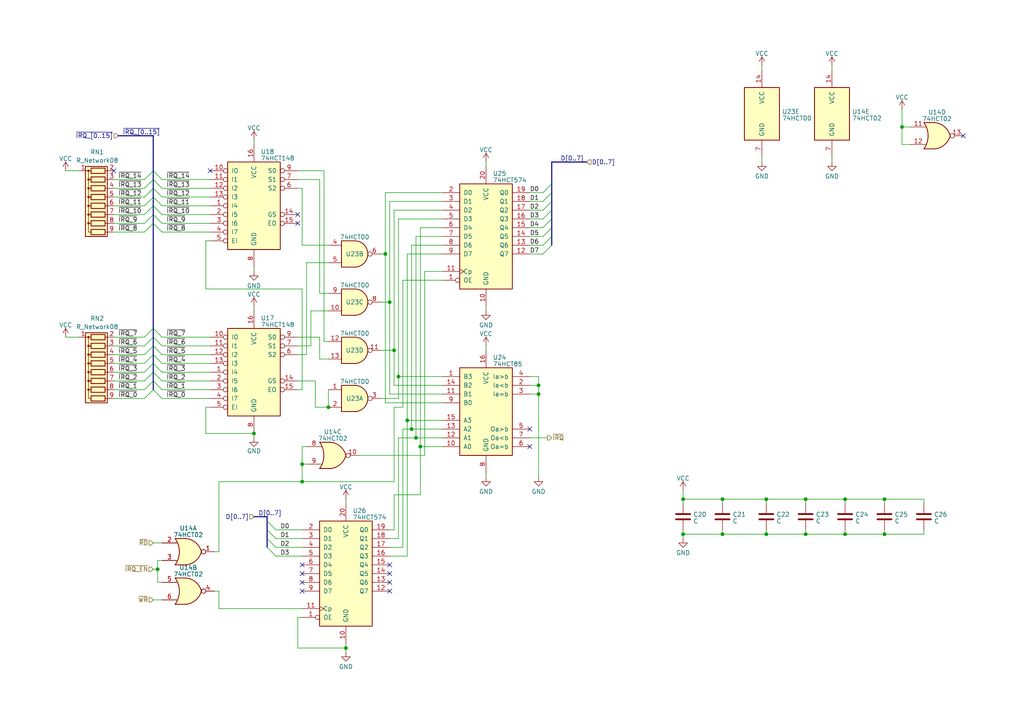
<source format=kicad_sch>
(kicad_sch (version 20231120) (generator "eeschema") (generator_version "8.0")
  (paper "A4")
  (title_block (title "IRQ Handler") (date "2024-02-03") (rev "1") (company "Eric Lind"))
  (lib_symbols
    (symbol "74xx:74HCT02" (pin_names (offset 1.016))
      (property "Reference" "U" (at 0 1.27 0))
      (property "Value" "74HCT02" (at 0 -1.27 0))
      (symbol "74HCT02_1_1"
        (arc (start -3.81 -3.81) (mid -2.589 0) (end -3.81 3.81) (stroke (width 0.254)))
        (arc (start -0.6096 -3.81) (mid 2.1842 -2.5851) (end 3.81 0) (stroke (width 0.254)) (fill (type background)))
        (polyline (pts (xy -3.81 -3.81) (xy -0.635 -3.81)) (stroke (width 0.254)) (fill (type background)))
        (polyline (pts (xy -3.81 3.81) (xy -0.635 3.81)) (stroke (width 0.254)) (fill (type background)))
        (polyline (pts (xy -0.635 3.81) (xy -3.81 3.81) (xy -3.81 3.81) (xy -3.556 3.4036) (xy -3.0226 2.2606) (xy -2.6924 1.0414) (xy -2.6162 -0.254) (xy -2.7686 -1.4986) (xy -3.175 -2.7178) (xy -3.81 -3.81) (xy -3.81 -3.81) (xy -0.635 -3.81)) (stroke (width -25.4)) (fill (type background)))
        (arc (start 3.81 0) (mid 2.1915 2.5936) (end -0.6096 3.81) (stroke (width 0.254)) (fill (type background)))
        (pin output inverted (at 7.62 0 180) (length 3.81) (name "~") (number "1"))
        (pin input line (at -7.62 2.54 0) (length 4.318) (name "~") (number "2"))
        (pin input line (at -7.62 -2.54 0) (length 4.318) (name "~") (number "3"))
      )
      (symbol "74HCT02_1_2"
        (arc (start 0 -3.81) (mid 3.7934 0) (end 0 3.81) (stroke (width 0.254)) (fill (type background)))
        (polyline (pts (xy 0 3.81) (xy -3.81 3.81) (xy -3.81 -3.81) (xy 0 -3.81)) (stroke (width 0.254)) (fill (type background)))
        (pin output line (at 7.62 0 180) (length 3.81) (name "~") (number "1"))
        (pin input inverted (at -7.62 2.54 0) (length 3.81) (name "~") (number "2"))
        (pin input inverted (at -7.62 -2.54 0) (length 3.81) (name "~") (number "3"))
      )
      (symbol "74HCT02_2_1"
        (arc (start -3.81 -3.81) (mid -2.589 0) (end -3.81 3.81) (stroke (width 0.254)))
        (arc (start -0.6096 -3.81) (mid 2.1842 -2.5851) (end 3.81 0) (stroke (width 0.254)) (fill (type background)))
        (polyline (pts (xy -3.81 -3.81) (xy -0.635 -3.81)) (stroke (width 0.254)) (fill (type background)))
        (polyline (pts (xy -3.81 3.81) (xy -0.635 3.81)) (stroke (width 0.254)) (fill (type background)))
        (polyline (pts (xy -0.635 3.81) (xy -3.81 3.81) (xy -3.81 3.81) (xy -3.556 3.4036) (xy -3.0226 2.2606) (xy -2.6924 1.0414) (xy -2.6162 -0.254) (xy -2.7686 -1.4986) (xy -3.175 -2.7178) (xy -3.81 -3.81) (xy -3.81 -3.81) (xy -0.635 -3.81)) (stroke (width -25.4)) (fill (type background)))
        (arc (start 3.81 0) (mid 2.1915 2.5936) (end -0.6096 3.81) (stroke (width 0.254)) (fill (type background)))
        (pin output inverted (at 7.62 0 180) (length 3.81) (name "~") (number "4"))
        (pin input line (at -7.62 2.54 0) (length 4.318) (name "~") (number "5"))
        (pin input line (at -7.62 -2.54 0) (length 4.318) (name "~") (number "6"))
      )
      (symbol "74HCT02_2_2"
        (arc (start 0 -3.81) (mid 3.7934 0) (end 0 3.81) (stroke (width 0.254)) (fill (type background)))
        (polyline (pts (xy 0 3.81) (xy -3.81 3.81) (xy -3.81 -3.81) (xy 0 -3.81)) (stroke (width 0.254)) (fill (type background)))
        (pin output line (at 7.62 0 180) (length 3.81) (name "~") (number "4"))
        (pin input inverted (at -7.62 2.54 0) (length 3.81) (name "~") (number "5"))
        (pin input inverted (at -7.62 -2.54 0) (length 3.81) (name "~") (number "6"))
      )
      (symbol "74HCT02_3_1"
        (arc (start -3.81 -3.81) (mid -2.589 0) (end -3.81 3.81) (stroke (width 0.254)))
        (arc (start -0.6096 -3.81) (mid 2.1842 -2.5851) (end 3.81 0) (stroke (width 0.254)) (fill (type background)))
        (polyline (pts (xy -3.81 -3.81) (xy -0.635 -3.81)) (stroke (width 0.254)) (fill (type background)))
        (polyline (pts (xy -3.81 3.81) (xy -0.635 3.81)) (stroke (width 0.254)) (fill (type background)))
        (polyline (pts (xy -0.635 3.81) (xy -3.81 3.81) (xy -3.81 3.81) (xy -3.556 3.4036) (xy -3.0226 2.2606) (xy -2.6924 1.0414) (xy -2.6162 -0.254) (xy -2.7686 -1.4986) (xy -3.175 -2.7178) (xy -3.81 -3.81) (xy -3.81 -3.81) (xy -0.635 -3.81)) (stroke (width -25.4)) (fill (type background)))
        (arc (start 3.81 0) (mid 2.1915 2.5936) (end -0.6096 3.81) (stroke (width 0.254)) (fill (type background)))
        (pin output inverted (at 7.62 0 180) (length 3.81) (name "~") (number "10"))
        (pin input line (at -7.62 2.54 0) (length 4.318) (name "~") (number "8"))
        (pin input line (at -7.62 -2.54 0) (length 4.318) (name "~") (number "9"))
      )
      (symbol "74HCT02_3_2"
        (arc (start 0 -3.81) (mid 3.7934 0) (end 0 3.81) (stroke (width 0.254)) (fill (type background)))
        (polyline (pts (xy 0 3.81) (xy -3.81 3.81) (xy -3.81 -3.81) (xy 0 -3.81)) (stroke (width 0.254)) (fill (type background)))
        (pin output line (at 7.62 0 180) (length 3.81) (name "~") (number "10"))
        (pin input inverted (at -7.62 2.54 0) (length 3.81) (name "~") (number "8"))
        (pin input inverted (at -7.62 -2.54 0) (length 3.81) (name "~") (number "9"))
      )
      (symbol "74HCT02_4_1"
        (arc (start -3.81 -3.81) (mid -2.589 0) (end -3.81 3.81) (stroke (width 0.254)))
        (arc (start -0.6096 -3.81) (mid 2.1842 -2.5851) (end 3.81 0) (stroke (width 0.254)) (fill (type background)))
        (polyline (pts (xy -3.81 -3.81) (xy -0.635 -3.81)) (stroke (width 0.254)) (fill (type background)))
        (polyline (pts (xy -3.81 3.81) (xy -0.635 3.81)) (stroke (width 0.254)) (fill (type background)))
        (polyline (pts (xy -0.635 3.81) (xy -3.81 3.81) (xy -3.81 3.81) (xy -3.556 3.4036) (xy -3.0226 2.2606) (xy -2.6924 1.0414) (xy -2.6162 -0.254) (xy -2.7686 -1.4986) (xy -3.175 -2.7178) (xy -3.81 -3.81) (xy -3.81 -3.81) (xy -0.635 -3.81)) (stroke (width -25.4)) (fill (type background)))
        (arc (start 3.81 0) (mid 2.1915 2.5936) (end -0.6096 3.81) (stroke (width 0.254)) (fill (type background)))
        (pin input line (at -7.62 2.54 0) (length 4.318) (name "~") (number "11"))
        (pin input line (at -7.62 -2.54 0) (length 4.318) (name "~") (number "12"))
        (pin output inverted (at 7.62 0 180) (length 3.81) (name "~") (number "13"))
      )
      (symbol "74HCT02_4_2"
        (arc (start 0 -3.81) (mid 3.7934 0) (end 0 3.81) (stroke (width 0.254)) (fill (type background)))
        (polyline (pts (xy 0 3.81) (xy -3.81 3.81) (xy -3.81 -3.81) (xy 0 -3.81)) (stroke (width 0.254)) (fill (type background)))
        (pin input inverted (at -7.62 2.54 0) (length 3.81) (name "~") (number "11"))
        (pin input inverted (at -7.62 -2.54 0) (length 3.81) (name "~") (number "12"))
        (pin output line (at 7.62 0 180) (length 3.81) (name "~") (number "13"))
      )
      (symbol "74HCT02_5_0"
        (pin power_in line (at 0 12.7 270) (length 5.08) (name "VCC") (number "14"))
        (pin power_in line (at 0 -12.7 90) (length 5.08) (name "GND") (number "7"))
      )
      (symbol "74HCT02_5_1"
        (rectangle (start -5.08 7.62) (end 5.08 -7.62) (stroke (width 0.254)) (fill (type background)))
      )
    )
    (symbol "74xx:74LS00" (pin_names (offset 1.016))
      (property "Reference" "U" (at 0 1.27 0))
      (property "Value" "74LS00" (at 0 -1.27 0))
      (symbol "74LS00_1_1"
        (arc (start 0 -3.81) (mid 3.7934 0) (end 0 3.81) (stroke (width 0.254)) (fill (type background)))
        (polyline (pts (xy 0 3.81) (xy -3.81 3.81) (xy -3.81 -3.81) (xy 0 -3.81)) (stroke (width 0.254)) (fill (type background)))
        (pin input line (at -7.62 2.54 0) (length 3.81) (name "~") (number "1"))
        (pin input line (at -7.62 -2.54 0) (length 3.81) (name "~") (number "2"))
        (pin output inverted (at 7.62 0 180) (length 3.81) (name "~") (number "3"))
      )
      (symbol "74LS00_1_2"
        (arc (start -3.81 -3.81) (mid -2.589 0) (end -3.81 3.81) (stroke (width 0.254)))
        (arc (start -0.6096 -3.81) (mid 2.1842 -2.5851) (end 3.81 0) (stroke (width 0.254)) (fill (type background)))
        (polyline (pts (xy -3.81 -3.81) (xy -0.635 -3.81)) (stroke (width 0.254)) (fill (type background)))
        (polyline (pts (xy -3.81 3.81) (xy -0.635 3.81)) (stroke (width 0.254)) (fill (type background)))
        (polyline (pts (xy -0.635 3.81) (xy -3.81 3.81) (xy -3.81 3.81) (xy -3.556 3.4036) (xy -3.0226 2.2606) (xy -2.6924 1.0414) (xy -2.6162 -0.254) (xy -2.7686 -1.4986) (xy -3.175 -2.7178) (xy -3.81 -3.81) (xy -3.81 -3.81) (xy -0.635 -3.81)) (stroke (width -25.4)) (fill (type background)))
        (arc (start 3.81 0) (mid 2.1915 2.5936) (end -0.6096 3.81) (stroke (width 0.254)) (fill (type background)))
        (pin input inverted (at -7.62 2.54 0) (length 4.318) (name "~") (number "1"))
        (pin input inverted (at -7.62 -2.54 0) (length 4.318) (name "~") (number "2"))
        (pin output line (at 7.62 0 180) (length 3.81) (name "~") (number "3"))
      )
      (symbol "74LS00_2_1"
        (arc (start 0 -3.81) (mid 3.7934 0) (end 0 3.81) (stroke (width 0.254)) (fill (type background)))
        (polyline (pts (xy 0 3.81) (xy -3.81 3.81) (xy -3.81 -3.81) (xy 0 -3.81)) (stroke (width 0.254)) (fill (type background)))
        (pin input line (at -7.62 2.54 0) (length 3.81) (name "~") (number "4"))
        (pin input line (at -7.62 -2.54 0) (length 3.81) (name "~") (number "5"))
        (pin output inverted (at 7.62 0 180) (length 3.81) (name "~") (number "6"))
      )
      (symbol "74LS00_2_2"
        (arc (start -3.81 -3.81) (mid -2.589 0) (end -3.81 3.81) (stroke (width 0.254)))
        (arc (start -0.6096 -3.81) (mid 2.1842 -2.5851) (end 3.81 0) (stroke (width 0.254)) (fill (type background)))
        (polyline (pts (xy -3.81 -3.81) (xy -0.635 -3.81)) (stroke (width 0.254)) (fill (type background)))
        (polyline (pts (xy -3.81 3.81) (xy -0.635 3.81)) (stroke (width 0.254)) (fill (type background)))
        (polyline (pts (xy -0.635 3.81) (xy -3.81 3.81) (xy -3.81 3.81) (xy -3.556 3.4036) (xy -3.0226 2.2606) (xy -2.6924 1.0414) (xy -2.6162 -0.254) (xy -2.7686 -1.4986) (xy -3.175 -2.7178) (xy -3.81 -3.81) (xy -3.81 -3.81) (xy -0.635 -3.81)) (stroke (width -25.4)) (fill (type background)))
        (arc (start 3.81 0) (mid 2.1915 2.5936) (end -0.6096 3.81) (stroke (width 0.254)) (fill (type background)))
        (pin input inverted (at -7.62 2.54 0) (length 4.318) (name "~") (number "4"))
        (pin input inverted (at -7.62 -2.54 0) (length 4.318) (name "~") (number "5"))
        (pin output line (at 7.62 0 180) (length 3.81) (name "~") (number "6"))
      )
      (symbol "74LS00_3_1"
        (arc (start 0 -3.81) (mid 3.7934 0) (end 0 3.81) (stroke (width 0.254)) (fill (type background)))
        (polyline (pts (xy 0 3.81) (xy -3.81 3.81) (xy -3.81 -3.81) (xy 0 -3.81)) (stroke (width 0.254)) (fill (type background)))
        (pin input line (at -7.62 -2.54 0) (length 3.81) (name "~") (number "10"))
        (pin output inverted (at 7.62 0 180) (length 3.81) (name "~") (number "8"))
        (pin input line (at -7.62 2.54 0) (length 3.81) (name "~") (number "9"))
      )
      (symbol "74LS00_3_2"
        (arc (start -3.81 -3.81) (mid -2.589 0) (end -3.81 3.81) (stroke (width 0.254)))
        (arc (start -0.6096 -3.81) (mid 2.1842 -2.5851) (end 3.81 0) (stroke (width 0.254)) (fill (type background)))
        (polyline (pts (xy -3.81 -3.81) (xy -0.635 -3.81)) (stroke (width 0.254)) (fill (type background)))
        (polyline (pts (xy -3.81 3.81) (xy -0.635 3.81)) (stroke (width 0.254)) (fill (type background)))
        (polyline (pts (xy -0.635 3.81) (xy -3.81 3.81) (xy -3.81 3.81) (xy -3.556 3.4036) (xy -3.0226 2.2606) (xy -2.6924 1.0414) (xy -2.6162 -0.254) (xy -2.7686 -1.4986) (xy -3.175 -2.7178) (xy -3.81 -3.81) (xy -3.81 -3.81) (xy -0.635 -3.81)) (stroke (width -25.4)) (fill (type background)))
        (arc (start 3.81 0) (mid 2.1915 2.5936) (end -0.6096 3.81) (stroke (width 0.254)) (fill (type background)))
        (pin input inverted (at -7.62 -2.54 0) (length 4.318) (name "~") (number "10"))
        (pin output line (at 7.62 0 180) (length 3.81) (name "~") (number "8"))
        (pin input inverted (at -7.62 2.54 0) (length 4.318) (name "~") (number "9"))
      )
      (symbol "74LS00_4_1"
        (arc (start 0 -3.81) (mid 3.7934 0) (end 0 3.81) (stroke (width 0.254)) (fill (type background)))
        (polyline (pts (xy 0 3.81) (xy -3.81 3.81) (xy -3.81 -3.81) (xy 0 -3.81)) (stroke (width 0.254)) (fill (type background)))
        (pin output inverted (at 7.62 0 180) (length 3.81) (name "~") (number "11"))
        (pin input line (at -7.62 2.54 0) (length 3.81) (name "~") (number "12"))
        (pin input line (at -7.62 -2.54 0) (length 3.81) (name "~") (number "13"))
      )
      (symbol "74LS00_4_2"
        (arc (start -3.81 -3.81) (mid -2.589 0) (end -3.81 3.81) (stroke (width 0.254)))
        (arc (start -0.6096 -3.81) (mid 2.1842 -2.5851) (end 3.81 0) (stroke (width 0.254)) (fill (type background)))
        (polyline (pts (xy -3.81 -3.81) (xy -0.635 -3.81)) (stroke (width 0.254)) (fill (type background)))
        (polyline (pts (xy -3.81 3.81) (xy -0.635 3.81)) (stroke (width 0.254)) (fill (type background)))
        (polyline (pts (xy -0.635 3.81) (xy -3.81 3.81) (xy -3.81 3.81) (xy -3.556 3.4036) (xy -3.0226 2.2606) (xy -2.6924 1.0414) (xy -2.6162 -0.254) (xy -2.7686 -1.4986) (xy -3.175 -2.7178) (xy -3.81 -3.81) (xy -3.81 -3.81) (xy -0.635 -3.81)) (stroke (width -25.4)) (fill (type background)))
        (arc (start 3.81 0) (mid 2.1915 2.5936) (end -0.6096 3.81) (stroke (width 0.254)) (fill (type background)))
        (pin output line (at 7.62 0 180) (length 3.81) (name "~") (number "11"))
        (pin input inverted (at -7.62 2.54 0) (length 4.318) (name "~") (number "12"))
        (pin input inverted (at -7.62 -2.54 0) (length 4.318) (name "~") (number "13"))
      )
      (symbol "74LS00_5_0"
        (pin power_in line (at 0 12.7 270) (length 5.08) (name "VCC") (number "14"))
        (pin power_in line (at 0 -12.7 90) (length 5.08) (name "GND") (number "7"))
      )
      (symbol "74LS00_5_1"
        (rectangle (start -5.08 7.62) (end 5.08 -7.62) (stroke (width 0.254)) (fill (type background)))
      )
    )
    (symbol "74xx:74LS148" (pin_names (offset 1.016))
      (property "Reference" "U" (at -7.62 13.97 0))
      (property "Value" "74LS148" (at -7.62 -13.97 0))
      (symbol "74LS148_1_0"
        (pin input inverted (at -12.7 0 0) (length 5.08) (name "I4") (number "1"))
        (pin input inverted (at -12.7 10.16 0) (length 5.08) (name "IO") (number "10"))
        (pin input inverted (at -12.7 7.62 0) (length 5.08) (name "I1") (number "11"))
        (pin input inverted (at -12.7 5.08 0) (length 5.08) (name "I2") (number "12"))
        (pin input inverted (at -12.7 2.54 0) (length 5.08) (name "I3") (number "13"))
        (pin output inverted (at 12.7 -2.54 180) (length 5.08) (name "GS") (number "14"))
        (pin output inverted (at 12.7 -5.08 180) (length 5.08) (name "EO") (number "15"))
        (pin power_in line (at 0 17.78 270) (length 5.08) (name "VCC") (number "16"))
        (pin input inverted (at -12.7 -2.54 0) (length 5.08) (name "I5") (number "2"))
        (pin input inverted (at -12.7 -5.08 0) (length 5.08) (name "I6") (number "3"))
        (pin input inverted (at -12.7 -7.62 0) (length 5.08) (name "I7") (number "4"))
        (pin input inverted (at -12.7 -10.16 0) (length 5.08) (name "EI") (number "5"))
        (pin output inverted (at 12.7 5.08 180) (length 5.08) (name "S2") (number "6"))
        (pin output inverted (at 12.7 7.62 180) (length 5.08) (name "S1") (number "7"))
        (pin power_in line (at 0 -17.78 90) (length 5.08) (name "GND") (number "8"))
        (pin output inverted (at 12.7 10.16 180) (length 5.08) (name "S0") (number "9"))
      )
      (symbol "74LS148_1_1"
        (rectangle (start -7.62 12.7) (end 7.62 -12.7) (stroke (width 0.254)) (fill (type background)))
      )
    )
    (symbol "74xx:74LS574" (pin_names (offset 1.016))
      (property "Reference" "U" (at -7.62 16.51 0))
      (property "Value" "74LS574" (at -7.62 -16.51 0))
      (symbol "74LS574_1_0"
        (pin input inverted (at -12.7 -12.7 0) (length 5.08) (name "OE") (number "1"))
        (pin power_in line (at 0 -20.32 90) (length 5.08) (name "GND") (number "10"))
        (pin input clock (at -12.7 -10.16 0) (length 5.08) (name "Cp") (number "11"))
        (pin tri_state line (at 12.7 -5.08 180) (length 5.08) (name "Q7") (number "12"))
        (pin tri_state line (at 12.7 -2.54 180) (length 5.08) (name "Q6") (number "13"))
        (pin tri_state line (at 12.7 0 180) (length 5.08) (name "Q5") (number "14"))
        (pin tri_state line (at 12.7 2.54 180) (length 5.08) (name "Q4") (number "15"))
        (pin tri_state line (at 12.7 5.08 180) (length 5.08) (name "Q3") (number "16"))
        (pin tri_state line (at 12.7 7.62 180) (length 5.08) (name "Q2") (number "17"))
        (pin tri_state line (at 12.7 10.16 180) (length 5.08) (name "Q1") (number "18"))
        (pin tri_state line (at 12.7 12.7 180) (length 5.08) (name "Q0") (number "19"))
        (pin input line (at -12.7 12.7 0) (length 5.08) (name "D0") (number "2"))
        (pin power_in line (at 0 20.32 270) (length 5.08) (name "VCC") (number "20"))
        (pin input line (at -12.7 10.16 0) (length 5.08) (name "D1") (number "3"))
        (pin input line (at -12.7 7.62 0) (length 5.08) (name "D2") (number "4"))
        (pin input line (at -12.7 5.08 0) (length 5.08) (name "D3") (number "5"))
        (pin input line (at -12.7 2.54 0) (length 5.08) (name "D4") (number "6"))
        (pin input line (at -12.7 0 0) (length 5.08) (name "D5") (number "7"))
        (pin input line (at -12.7 -2.54 0) (length 5.08) (name "D6") (number "8"))
        (pin input line (at -12.7 -5.08 0) (length 5.08) (name "D7") (number "9"))
      )
      (symbol "74LS574_1_1"
        (rectangle (start -7.62 15.24) (end 7.62 -15.24) (stroke (width 0.254)) (fill (type background)))
      )
    )
    (symbol "74xx:74LS85" (pin_names (offset 1.016))
      (property "Reference" "U" (at -7.62 13.97 0))
      (property "Value" "74LS85" (at -7.62 -13.97 0))
      (symbol "74LS85_1_0"
        (pin input line (at -12.7 10.16 0) (length 5.08) (name "B3") (number "1"))
        (pin input line (at -12.7 -10.16 0) (length 5.08) (name "A0") (number "10"))
        (pin input line (at -12.7 5.08 0) (length 5.08) (name "B1") (number "11"))
        (pin input line (at -12.7 -7.62 0) (length 5.08) (name "A1") (number "12"))
        (pin input line (at -12.7 -5.08 0) (length 5.08) (name "A2") (number "13"))
        (pin input line (at -12.7 7.62 0) (length 5.08) (name "B2") (number "14"))
        (pin input line (at -12.7 -2.54 0) (length 5.08) (name "A3") (number "15"))
        (pin power_in line (at 0 17.78 270) (length 5.08) (name "VCC") (number "16"))
        (pin input line (at 12.7 7.62 180) (length 5.08) (name "Ia<b") (number "2"))
        (pin input line (at 12.7 5.08 180) (length 5.08) (name "Ia=b") (number "3"))
        (pin input line (at 12.7 10.16 180) (length 5.08) (name "Ia>b") (number "4"))
        (pin output line (at 12.7 -5.08 180) (length 5.08) (name "Oa>b") (number "5"))
        (pin output line (at 12.7 -10.16 180) (length 5.08) (name "Oa=b") (number "6"))
        (pin output line (at 12.7 -7.62 180) (length 5.08) (name "Oa<b") (number "7"))
        (pin power_in line (at 0 -17.78 90) (length 5.08) (name "GND") (number "8"))
        (pin input line (at -12.7 2.54 0) (length 5.08) (name "B0") (number "9"))
      )
      (symbol "74LS85_1_1"
        (rectangle (start -7.62 12.7) (end 7.62 -12.7) (stroke (width 0.254)) (fill (type background)))
      )
    )
    (symbol "Device:C" (pin_numbers hide) (pin_names (offset 0.254))
      (property "Reference" "C" (at 0.635 2.54 0))
      (property "Value" "C" (at 0.635 -2.54 0))
      (symbol "C_0_1"
        (polyline (pts (xy -2.032 -0.762) (xy 2.032 -0.762)) (stroke (width 0.508)))
        (polyline (pts (xy -2.032 0.762) (xy 2.032 0.762)) (stroke (width 0.508)))
      )
      (symbol "C_1_1"
        (pin passive line (at 0 3.81 270) (length 2.794) (name "~") (number "1"))
        (pin passive line (at 0 -3.81 90) (length 2.794) (name "~") (number "2"))
      )
    )
    (symbol "Device:R_Network08" (pin_names (offset 0) hide)
      (property "Reference" "RN" (at -12.7 0 90))
      (property "Value" "R_Network08" (at 10.16 0 90))
      (symbol "R_Network08_0_1"
        (rectangle (start -11.43 -3.175) (end 8.89 3.175) (stroke (width 0.254)) (fill (type background)))
        (rectangle (start -10.922 1.524) (end -9.398 -2.54) (stroke (width 0.254)))
        (circle (center -10.16 2.286) (radius 0.254) (fill (type outline)))
        (rectangle (start -8.382 1.524) (end -6.858 -2.54) (stroke (width 0.254)))
        (circle (center -7.62 2.286) (radius 0.254) (fill (type outline)))
        (rectangle (start -5.842 1.524) (end -4.318 -2.54) (stroke (width 0.254)))
        (circle (center -5.08 2.286) (radius 0.254) (fill (type outline)))
        (rectangle (start -3.302 1.524) (end -1.778 -2.54) (stroke (width 0.254)))
        (circle (center -2.54 2.286) (radius 0.254) (fill (type outline)))
        (rectangle (start -0.762 1.524) (end 0.762 -2.54) (stroke (width 0.254)))
        (polyline (pts (xy -10.16 -2.54) (xy -10.16 -3.81)))
        (polyline (pts (xy -7.62 -2.54) (xy -7.62 -3.81)))
        (polyline (pts (xy -5.08 -2.54) (xy -5.08 -3.81)))
        (polyline (pts (xy -2.54 -2.54) (xy -2.54 -3.81)))
        (polyline (pts (xy 0 -2.54) (xy 0 -3.81)))
        (polyline (pts (xy 2.54 -2.54) (xy 2.54 -3.81)))
        (polyline (pts (xy 5.08 -2.54) (xy 5.08 -3.81)))
        (polyline (pts (xy 7.62 -2.54) (xy 7.62 -3.81)))
        (polyline (pts (xy -10.16 1.524) (xy -10.16 2.286) (xy -7.62 2.286) (xy -7.62 1.524)))
        (polyline (pts (xy -7.62 1.524) (xy -7.62 2.286) (xy -5.08 2.286) (xy -5.08 1.524)))
        (polyline (pts (xy -5.08 1.524) (xy -5.08 2.286) (xy -2.54 2.286) (xy -2.54 1.524)))
        (polyline (pts (xy -2.54 1.524) (xy -2.54 2.286) (xy 0 2.286) (xy 0 1.524)))
        (polyline (pts (xy 0 1.524) (xy 0 2.286) (xy 2.54 2.286) (xy 2.54 1.524)))
        (polyline (pts (xy 2.54 1.524) (xy 2.54 2.286) (xy 5.08 2.286) (xy 5.08 1.524)))
        (polyline (pts (xy 5.08 1.524) (xy 5.08 2.286) (xy 7.62 2.286) (xy 7.62 1.524)))
        (circle (center 0 2.286) (radius 0.254) (fill (type outline)))
        (rectangle (start 1.778 1.524) (end 3.302 -2.54) (stroke (width 0.254)))
        (circle (center 2.54 2.286) (radius 0.254) (fill (type outline)))
        (rectangle (start 4.318 1.524) (end 5.842 -2.54) (stroke (width 0.254)))
        (circle (center 5.08 2.286) (radius 0.254) (fill (type outline)))
        (rectangle (start 6.858 1.524) (end 8.382 -2.54) (stroke (width 0.254)))
      )
      (symbol "R_Network08_1_1"
        (pin passive line (at -10.16 5.08 270) (length 2.54) (name "common") (number "1"))
        (pin passive line (at -10.16 -5.08 90) (length 1.27) (name "R1") (number "2"))
        (pin passive line (at -7.62 -5.08 90) (length 1.27) (name "R2") (number "3"))
        (pin passive line (at -5.08 -5.08 90) (length 1.27) (name "R3") (number "4"))
        (pin passive line (at -2.54 -5.08 90) (length 1.27) (name "R4") (number "5"))
        (pin passive line (at 0 -5.08 90) (length 1.27) (name "R5") (number "6"))
        (pin passive line (at 2.54 -5.08 90) (length 1.27) (name "R6") (number "7"))
        (pin passive line (at 5.08 -5.08 90) (length 1.27) (name "R7") (number "8"))
        (pin passive line (at 7.62 -5.08 90) (length 1.27) (name "R8") (number "9"))
      )
    )
    (symbol "power:GND" (power) (pin_names (offset 0))
      (property "Value" "GND" (at 0 -3.81 0))
      (symbol "GND_0_1"
        (polyline (pts (xy 0 0) (xy 0 -1.27) (xy 1.27 -1.27) (xy 0 -2.54) (xy -1.27 -1.27) (xy 0 -1.27)))
      )
      (symbol "GND_1_1"
        (pin power_in line (at 0 0 270) (length 0) hide (name "GND") (number "1"))
      )
    )
    (symbol "power:VCC" (power) (pin_names (offset 0))
      (property "Value" "VCC" (at 0 3.81 0))
      (symbol "VCC_0_1"
        (polyline (pts (xy -0.762 1.27) (xy 0 2.54)))
        (polyline (pts (xy 0 0) (xy 0 2.54)))
        (polyline (pts (xy 0 2.54) (xy 0.762 1.27)))
      )
      (symbol "VCC_1_1"
        (pin power_in line (at 0 0 90) (length 0) hide (name "VCC") (number "1"))
      )
    )
  )
  (junction (at 209.55 154.94))
  (junction (at 119.38 124.46))
  (junction (at 233.68 154.94))
  (junction (at 95.25 118.11))
  (junction (at 115.57 109.22))
  (junction (at 209.55 144.78))
  (junction (at 245.11 154.94))
  (junction (at 100.33 187.96))
  (junction (at 73.66 125.73))
  (junction (at 261.62 36.83))
  (junction (at 45.72 165.1))
  (junction (at 198.12 154.94))
  (junction (at 87.63 139.7))
  (junction (at 198.12 144.78))
  (junction (at 111.76 73.66))
  (junction (at 156.21 114.3))
  (junction (at 222.25 144.78))
  (junction (at 233.68 144.78))
  (junction (at 114.3 101.6))
  (junction (at 256.54 154.94))
  (junction (at 156.21 111.76))
  (junction (at 256.54 144.78))
  (junction (at 87.63 134.62))
  (junction (at 120.65 127))
  (junction (at 113.03 87.63))
  (junction (at 222.25 154.94))
  (junction (at 121.92 129.54))
  (junction (at 245.11 144.78))
  (junction (at 118.11 121.92))
  (no_connect (at 87.63 163.83))
  (no_connect (at 153.67 124.46))
  (no_connect (at 113.03 166.37))
  (no_connect (at 87.63 168.91))
  (no_connect (at 86.36 64.77))
  (no_connect (at 113.03 163.83))
  (no_connect (at 279.4 39.37))
  (no_connect (at 153.67 129.54))
  (no_connect (at 33.02 49.53))
  (no_connect (at 113.03 171.45))
  (no_connect (at 60.96 49.53))
  (no_connect (at 87.63 166.37))
  (no_connect (at 86.36 62.23))
  (no_connect (at 113.03 168.91))
  (no_connect (at 87.63 171.45))
  (bus_entry (at 160.02 53.34) (size -2.54 2.54))
  (bus_entry (at 41.91 54.61) (size 2.54 -2.54))
  (bus_entry (at 44.45 100.33) (size 2.54 2.54))
  (bus_entry (at 44.45 59.69) (size 2.54 2.54))
  (bus_entry (at 41.91 67.31) (size 2.54 -2.54))
  (bus_entry (at 41.91 102.87) (size 2.54 -2.54))
  (bus_entry (at 44.45 49.53) (size 2.54 2.54))
  (bus_entry (at 41.91 110.49) (size 2.54 -2.54))
  (bus_entry (at 44.45 107.95) (size 2.54 2.54))
  (bus_entry (at 44.45 64.77) (size 2.54 2.54))
  (bus_entry (at 44.45 52.07) (size 2.54 2.54))
  (bus_entry (at 44.45 54.61) (size 2.54 2.54))
  (bus_entry (at 41.91 62.23) (size 2.54 -2.54))
  (bus_entry (at 41.91 107.95) (size 2.54 -2.54))
  (bus_entry (at 44.45 110.49) (size 2.54 2.54))
  (bus_entry (at 77.47 156.21) (size 2.54 2.54))
  (bus_entry (at 41.91 52.07) (size 2.54 -2.54))
  (bus_entry (at 77.47 158.75) (size 2.54 2.54))
  (bus_entry (at 77.47 151.13) (size 2.54 2.54))
  (bus_entry (at 160.02 63.5) (size -2.54 2.54))
  (bus_entry (at 41.91 105.41) (size 2.54 -2.54))
  (bus_entry (at 44.45 97.79) (size 2.54 2.54))
  (bus_entry (at 41.91 97.79) (size 2.54 -2.54))
  (bus_entry (at 41.91 64.77) (size 2.54 -2.54))
  (bus_entry (at 44.45 113.03) (size 2.54 2.54))
  (bus_entry (at 44.45 57.15) (size 2.54 2.54))
  (bus_entry (at 44.45 102.87) (size 2.54 2.54))
  (bus_entry (at 41.91 57.15) (size 2.54 -2.54))
  (bus_entry (at 41.91 115.57) (size 2.54 -2.54))
  (bus_entry (at 44.45 105.41) (size 2.54 2.54))
  (bus_entry (at 41.91 100.33) (size 2.54 -2.54))
  (bus_entry (at 77.47 153.67) (size 2.54 2.54))
  (bus_entry (at 160.02 71.12) (size -2.54 2.54))
  (bus_entry (at 44.45 62.23) (size 2.54 2.54))
  (bus_entry (at 160.02 55.88) (size -2.54 2.54))
  (bus_entry (at 41.91 59.69) (size 2.54 -2.54))
  (bus_entry (at 160.02 60.96) (size -2.54 2.54))
  (bus_entry (at 160.02 68.58) (size -2.54 2.54))
  (bus_entry (at 160.02 58.42) (size -2.54 2.54))
  (bus_entry (at 160.02 66.04) (size -2.54 2.54))
  (bus_entry (at 41.91 113.03) (size 2.54 -2.54))
  (bus_entry (at 44.45 95.25) (size 2.54 2.54))
  (wire (pts (xy 115.57 156.21) (xy 115.57 127)))
  (wire (pts (xy 33.02 59.69) (xy 41.91 59.69)))
  (wire (pts (xy 153.67 60.96) (xy 157.48 60.96)))
  (wire (pts (xy 46.99 54.61) (xy 60.96 54.61)))
  (wire (pts (xy 95.25 104.14) (xy 92.71 104.14)))
  (wire (pts (xy 80.01 153.67) (xy 87.63 153.67)))
  (wire (pts (xy 104.14 132.08) (xy 123.19 132.08)))
  (bus (pts (xy 160.02 71.12) (xy 160.02 68.58)))
  (wire (pts (xy 33.02 115.57) (xy 41.91 115.57)))
  (wire (pts (xy 114.3 118.11) (xy 116.84 118.11)))
  (wire (pts (xy 113.03 156.21) (xy 115.57 156.21)))
  (wire (pts (xy 73.66 40.64) (xy 73.66 41.91)))
  (wire (pts (xy 93.98 49.53) (xy 86.36 49.53)))
  (wire (pts (xy 33.02 64.77) (xy 41.91 64.77)))
  (wire (pts (xy 87.63 54.61) (xy 86.36 54.61)))
  (wire (pts (xy 121.92 129.54) (xy 121.92 66.04)))
  (bus (pts (xy 34.29 39.37) (xy 44.45 39.37)))
  (wire (pts (xy 86.36 179.07) (xy 87.63 179.07)))
  (wire (pts (xy 100.33 144.78) (xy 100.33 146.05)))
  (bus (pts (xy 160.02 63.5) (xy 160.02 60.96)))
  (wire (pts (xy 261.62 36.83) (xy 264.16 36.83)))
  (wire (pts (xy 153.67 109.22) (xy 156.21 109.22)))
  (wire (pts (xy 90.17 100.33) (xy 86.36 100.33)))
  (wire (pts (xy 114.3 101.6) (xy 114.3 60.96)))
  (wire (pts (xy 80.01 158.75) (xy 87.63 158.75)))
  (wire (pts (xy 261.62 36.83) (xy 261.62 41.91)))
  (wire (pts (xy 113.03 58.42) (xy 113.03 87.63)))
  (wire (pts (xy 241.3 45.72) (xy 241.3 46.99)))
  (wire (pts (xy 110.49 115.57) (xy 115.57 115.57)))
  (wire (pts (xy 44.45 165.1) (xy 45.72 165.1)))
  (wire (pts (xy 88.9 102.87) (xy 88.9 76.2)))
  (wire (pts (xy 46.99 57.15) (xy 60.96 57.15)))
  (wire (pts (xy 33.02 62.23) (xy 41.91 62.23)))
  (bus (pts (xy 44.45 107.95) (xy 44.45 110.49)))
  (wire (pts (xy 153.67 127) (xy 158.75 127)))
  (wire (pts (xy 245.11 144.78) (xy 256.54 144.78)))
  (wire (pts (xy 95.25 90.17) (xy 90.17 90.17)))
  (wire (pts (xy 140.97 46.99) (xy 140.97 48.26)))
  (wire (pts (xy 267.97 146.05) (xy 267.97 144.78)))
  (wire (pts (xy 128.27 116.84) (xy 111.76 116.84)))
  (wire (pts (xy 156.21 109.22) (xy 156.21 111.76)))
  (wire (pts (xy 33.02 52.07) (xy 41.91 52.07)))
  (wire (pts (xy 46.99 52.07) (xy 60.96 52.07)))
  (wire (pts (xy 140.97 137.16) (xy 140.97 138.43)))
  (bus (pts (xy 44.45 97.79) (xy 44.45 100.33)))
  (wire (pts (xy 92.71 52.07) (xy 92.71 85.09)))
  (wire (pts (xy 33.02 110.49) (xy 41.91 110.49)))
  (wire (pts (xy 92.71 85.09) (xy 95.25 85.09)))
  (bus (pts (xy 44.45 54.61) (xy 44.45 57.15)))
  (wire (pts (xy 45.72 162.56) (xy 45.72 165.1)))
  (wire (pts (xy 123.19 132.08) (xy 123.19 78.74)))
  (wire (pts (xy 153.67 73.66) (xy 157.48 73.66)))
  (bus (pts (xy 44.45 105.41) (xy 44.45 107.95)))
  (wire (pts (xy 46.99 107.95) (xy 60.96 107.95)))
  (bus (pts (xy 160.02 66.04) (xy 160.02 63.5)))
  (bus (pts (xy 44.45 39.37) (xy 44.45 49.53)))
  (wire (pts (xy 128.27 111.76) (xy 114.3 111.76)))
  (wire (pts (xy 73.66 88.9) (xy 73.66 90.17)))
  (bus (pts (xy 44.45 95.25) (xy 44.45 97.79)))
  (wire (pts (xy 33.02 54.61) (xy 41.91 54.61)))
  (wire (pts (xy 86.36 52.07) (xy 92.71 52.07)))
  (wire (pts (xy 118.11 121.92) (xy 128.27 121.92)))
  (wire (pts (xy 80.01 156.21) (xy 87.63 156.21)))
  (wire (pts (xy 87.63 129.54) (xy 88.9 129.54)))
  (wire (pts (xy 95.25 118.11) (xy 91.44 118.11)))
  (wire (pts (xy 45.72 168.91) (xy 45.72 165.1)))
  (wire (pts (xy 87.63 134.62) (xy 88.9 134.62)))
  (wire (pts (xy 33.02 105.41) (xy 41.91 105.41)))
  (wire (pts (xy 46.99 105.41) (xy 60.96 105.41)))
  (bus (pts (xy 77.47 151.13) (xy 77.47 149.86)))
  (wire (pts (xy 110.49 101.6) (xy 114.3 101.6)))
  (wire (pts (xy 95.25 71.12) (xy 87.63 71.12)))
  (wire (pts (xy 44.45 157.48) (xy 46.99 157.48)))
  (wire (pts (xy 198.12 154.94) (xy 198.12 156.21)))
  (wire (pts (xy 256.54 154.94) (xy 267.97 154.94)))
  (wire (pts (xy 115.57 63.5) (xy 115.57 109.22)))
  (wire (pts (xy 209.55 144.78) (xy 222.25 144.78)))
  (wire (pts (xy 198.12 154.94) (xy 209.55 154.94)))
  (bus (pts (xy 160.02 68.58) (xy 160.02 66.04)))
  (wire (pts (xy 33.02 100.33) (xy 41.91 100.33)))
  (wire (pts (xy 91.44 118.11) (xy 91.44 110.49)))
  (wire (pts (xy 87.63 139.7) (xy 63.5 139.7)))
  (wire (pts (xy 88.9 76.2) (xy 95.25 76.2)))
  (wire (pts (xy 114.3 139.7) (xy 114.3 118.11)))
  (wire (pts (xy 59.69 125.73) (xy 73.66 125.73)))
  (bus (pts (xy 44.45 62.23) (xy 44.45 64.77)))
  (wire (pts (xy 233.68 144.78) (xy 245.11 144.78)))
  (wire (pts (xy 110.49 73.66) (xy 111.76 73.66)))
  (wire (pts (xy 46.99 64.77) (xy 60.96 64.77)))
  (wire (pts (xy 80.01 161.29) (xy 87.63 161.29)))
  (bus (pts (xy 160.02 53.34) (xy 160.02 46.99)))
  (wire (pts (xy 156.21 114.3) (xy 156.21 138.43)))
  (wire (pts (xy 198.12 144.78) (xy 198.12 146.05)))
  (wire (pts (xy 140.97 100.33) (xy 140.97 101.6)))
  (bus (pts (xy 44.45 110.49) (xy 44.45 113.03)))
  (wire (pts (xy 153.67 71.12) (xy 157.48 71.12)))
  (wire (pts (xy 261.62 41.91) (xy 264.16 41.91)))
  (wire (pts (xy 120.65 127) (xy 128.27 127)))
  (wire (pts (xy 87.63 139.7) (xy 114.3 139.7)))
  (wire (pts (xy 33.02 102.87) (xy 41.91 102.87)))
  (wire (pts (xy 220.98 19.05) (xy 220.98 20.32)))
  (wire (pts (xy 245.11 154.94) (xy 245.11 153.67)))
  (wire (pts (xy 46.99 67.31) (xy 60.96 67.31)))
  (bus (pts (xy 44.45 102.87) (xy 44.45 105.41)))
  (wire (pts (xy 60.96 69.85) (xy 59.69 69.85)))
  (wire (pts (xy 111.76 73.66) (xy 111.76 55.88)))
  (wire (pts (xy 198.12 144.78) (xy 209.55 144.78)))
  (wire (pts (xy 153.67 58.42) (xy 157.48 58.42)))
  (wire (pts (xy 245.11 144.78) (xy 245.11 146.05)))
  (bus (pts (xy 160.02 60.96) (xy 160.02 58.42)))
  (wire (pts (xy 91.44 110.49) (xy 86.36 110.49)))
  (bus (pts (xy 44.45 57.15) (xy 44.45 59.69)))
  (bus (pts (xy 44.45 52.07) (xy 44.45 54.61)))
  (bus (pts (xy 77.47 153.67) (xy 77.47 151.13)))
  (wire (pts (xy 46.99 62.23) (xy 60.96 62.23)))
  (bus (pts (xy 160.02 58.42) (xy 160.02 55.88)))
  (wire (pts (xy 59.69 69.85) (xy 59.69 83.82)))
  (wire (pts (xy 116.84 124.46) (xy 119.38 124.46)))
  (wire (pts (xy 113.03 87.63) (xy 113.03 114.3)))
  (wire (pts (xy 121.92 143.51) (xy 121.92 129.54)))
  (wire (pts (xy 153.67 63.5) (xy 157.48 63.5)))
  (wire (pts (xy 46.99 162.56) (xy 45.72 162.56)))
  (wire (pts (xy 33.02 113.03) (xy 41.91 113.03)))
  (wire (pts (xy 33.02 57.15) (xy 41.91 57.15)))
  (wire (pts (xy 33.02 67.31) (xy 41.91 67.31)))
  (bus (pts (xy 160.02 46.99) (xy 170.18 46.99)))
  (wire (pts (xy 222.25 144.78) (xy 222.25 146.05)))
  (wire (pts (xy 46.99 168.91) (xy 45.72 168.91)))
  (wire (pts (xy 209.55 154.94) (xy 222.25 154.94)))
  (wire (pts (xy 63.5 160.02) (xy 63.5 139.7)))
  (wire (pts (xy 118.11 73.66) (xy 128.27 73.66)))
  (wire (pts (xy 120.65 68.58) (xy 128.27 68.58)))
  (wire (pts (xy 153.67 68.58) (xy 157.48 68.58)))
  (wire (pts (xy 95.25 113.03) (xy 95.25 118.11)))
  (wire (pts (xy 115.57 109.22) (xy 115.57 115.57)))
  (wire (pts (xy 116.84 81.28) (xy 128.27 81.28)))
  (wire (pts (xy 116.84 81.28) (xy 116.84 118.11)))
  (wire (pts (xy 119.38 124.46) (xy 128.27 124.46)))
  (bus (pts (xy 73.66 149.86) (xy 77.47 149.86)))
  (wire (pts (xy 46.99 110.49) (xy 60.96 110.49)))
  (bus (pts (xy 44.45 59.69) (xy 44.45 62.23)))
  (wire (pts (xy 128.27 58.42) (xy 113.03 58.42)))
  (wire (pts (xy 86.36 102.87) (xy 88.9 102.87)))
  (wire (pts (xy 120.65 127) (xy 120.65 68.58)))
  (wire (pts (xy 209.55 154.94) (xy 209.55 153.67)))
  (wire (pts (xy 62.23 160.02) (xy 63.5 160.02)))
  (wire (pts (xy 63.5 171.45) (xy 62.23 171.45)))
  (wire (pts (xy 209.55 144.78) (xy 209.55 146.05)))
  (wire (pts (xy 113.03 114.3) (xy 128.27 114.3)))
  (wire (pts (xy 128.27 63.5) (xy 115.57 63.5)))
  (bus (pts (xy 77.47 158.75) (xy 77.47 156.21)))
  (wire (pts (xy 233.68 154.94) (xy 233.68 153.67)))
  (wire (pts (xy 261.62 31.75) (xy 261.62 36.83)))
  (wire (pts (xy 222.25 154.94) (xy 222.25 153.67)))
  (wire (pts (xy 46.99 59.69) (xy 60.96 59.69)))
  (wire (pts (xy 114.3 111.76) (xy 114.3 101.6)))
  (wire (pts (xy 95.25 99.06) (xy 93.98 99.06)))
  (wire (pts (xy 113.03 158.75) (xy 116.84 158.75)))
  (wire (pts (xy 33.02 97.79) (xy 41.91 97.79)))
  (wire (pts (xy 115.57 109.22) (xy 128.27 109.22)))
  (wire (pts (xy 100.33 187.96) (xy 100.33 189.23)))
  (wire (pts (xy 73.66 77.47) (xy 73.66 78.74)))
  (wire (pts (xy 86.36 179.07) (xy 86.36 187.96)))
  (wire (pts (xy 256.54 154.94) (xy 256.54 153.67)))
  (wire (pts (xy 118.11 161.29) (xy 118.11 121.92)))
  (wire (pts (xy 119.38 71.12) (xy 128.27 71.12)))
  (wire (pts (xy 44.45 173.99) (xy 46.99 173.99)))
  (wire (pts (xy 92.71 97.79) (xy 86.36 97.79)))
  (wire (pts (xy 140.97 88.9) (xy 140.97 90.17)))
  (bus (pts (xy 160.02 55.88) (xy 160.02 53.34)))
  (wire (pts (xy 233.68 154.94) (xy 245.11 154.94)))
  (wire (pts (xy 110.49 87.63) (xy 113.03 87.63)))
  (wire (pts (xy 46.99 100.33) (xy 60.96 100.33)))
  (bus (pts (xy 44.45 64.77) (xy 44.45 95.25)))
  (wire (pts (xy 153.67 114.3) (xy 156.21 114.3)))
  (wire (pts (xy 86.36 113.03) (xy 87.63 113.03)))
  (wire (pts (xy 156.21 111.76) (xy 156.21 114.3)))
  (wire (pts (xy 116.84 158.75) (xy 116.84 124.46)))
  (wire (pts (xy 153.67 66.04) (xy 157.48 66.04)))
  (wire (pts (xy 111.76 116.84) (xy 111.76 73.66)))
  (wire (pts (xy 46.99 97.79) (xy 60.96 97.79)))
  (wire (pts (xy 119.38 124.46) (xy 119.38 71.12)))
  (wire (pts (xy 87.63 83.82) (xy 87.63 113.03)))
  (wire (pts (xy 114.3 60.96) (xy 128.27 60.96)))
  (wire (pts (xy 93.98 99.06) (xy 93.98 49.53)))
  (wire (pts (xy 46.99 115.57) (xy 60.96 115.57)))
  (wire (pts (xy 245.11 154.94) (xy 256.54 154.94)))
  (wire (pts (xy 63.5 176.53) (xy 87.63 176.53)))
  (bus (pts (xy 77.47 156.21) (xy 77.47 153.67)))
  (wire (pts (xy 114.3 153.67) (xy 114.3 143.51)))
  (wire (pts (xy 153.67 111.76) (xy 156.21 111.76)))
  (wire (pts (xy 256.54 144.78) (xy 267.97 144.78)))
  (wire (pts (xy 19.05 49.53) (xy 22.86 49.53)))
  (wire (pts (xy 92.71 104.14) (xy 92.71 97.79)))
  (wire (pts (xy 33.02 107.95) (xy 41.91 107.95)))
  (wire (pts (xy 63.5 176.53) (xy 63.5 171.45)))
  (wire (pts (xy 87.63 139.7) (xy 87.63 134.62)))
  (wire (pts (xy 59.69 83.82) (xy 87.63 83.82)))
  (wire (pts (xy 114.3 143.51) (xy 121.92 143.51)))
  (wire (pts (xy 113.03 161.29) (xy 118.11 161.29)))
  (wire (pts (xy 222.25 154.94) (xy 233.68 154.94)))
  (wire (pts (xy 86.36 187.96) (xy 100.33 187.96)))
  (wire (pts (xy 46.99 102.87) (xy 60.96 102.87)))
  (wire (pts (xy 123.19 78.74) (xy 128.27 78.74)))
  (wire (pts (xy 59.69 118.11) (xy 59.69 125.73)))
  (wire (pts (xy 90.17 90.17) (xy 90.17 100.33)))
  (wire (pts (xy 267.97 153.67) (xy 267.97 154.94)))
  (wire (pts (xy 115.57 127) (xy 120.65 127)))
  (wire (pts (xy 118.11 121.92) (xy 118.11 73.66)))
  (wire (pts (xy 73.66 125.73) (xy 73.66 127)))
  (wire (pts (xy 256.54 144.78) (xy 256.54 146.05)))
  (wire (pts (xy 46.99 113.03) (xy 60.96 113.03)))
  (wire (pts (xy 153.67 55.88) (xy 157.48 55.88)))
  (wire (pts (xy 121.92 66.04) (xy 128.27 66.04)))
  (bus (pts (xy 44.45 49.53) (xy 44.45 52.07)))
  (wire (pts (xy 222.25 144.78) (xy 233.68 144.78)))
  (wire (pts (xy 87.63 71.12) (xy 87.63 54.61)))
  (wire (pts (xy 60.96 118.11) (xy 59.69 118.11)))
  (wire (pts (xy 241.3 19.05) (xy 241.3 20.32)))
  (wire (pts (xy 220.98 45.72) (xy 220.98 46.99)))
  (wire (pts (xy 233.68 144.78) (xy 233.68 146.05)))
  (wire (pts (xy 198.12 142.24) (xy 198.12 144.78)))
  (wire (pts (xy 19.05 97.79) (xy 22.86 97.79)))
  (wire (pts (xy 113.03 153.67) (xy 114.3 153.67)))
  (wire (pts (xy 198.12 153.67) (xy 198.12 154.94)))
  (wire (pts (xy 121.92 129.54) (xy 128.27 129.54)))
  (wire (pts (xy 87.63 134.62) (xy 87.63 129.54)))
  (wire (pts (xy 111.76 55.88) (xy 128.27 55.88)))
  (wire (pts (xy 100.33 186.69) (xy 100.33 187.96)))
  (bus (pts (xy 44.45 100.33) (xy 44.45 102.87)))
  (label "~{IRQ_9}" (at 34.29 64.77 0))
  (label "~{IRQ_4}" (at 34.29 105.41 0))
  (label "~{IRQ_6}" (at 48.26 100.33 0))
  (label "D1" (at 153.67 58.42 0))
  (label "~{IRQ_2}" (at 34.29 110.49 0))
  (label "D3" (at 81.28 161.29 0))
  (label "D7" (at 153.67 73.66 0))
  (label "~{IRQ_5}" (at 34.29 102.87 0))
  (label "D4" (at 153.67 66.04 0))
  (label "~{IRQ_14}" (at 48.26 52.07 0))
  (label "~{IRQ_3}" (at 48.26 107.95 0))
  (label "~{IRQ_13}" (at 48.26 54.61 0))
  (label "D2" (at 81.28 158.75 0))
  (label "D[0..7]" (at 162.56 46.99 0))
  (label "~{IRQ_4}" (at 48.26 105.41 0))
  (label "D1" (at 81.28 156.21 0))
  (label "~{IRQ_9}" (at 48.26 64.77 0))
  (label "~{IRQ_10}" (at 48.26 62.23 0))
  (label "~{IRQ_7}" (at 48.26 97.79 0))
  (label "D6" (at 153.67 71.12 0))
  (label "~{IRQ_12}" (at 34.29 57.15 0))
  (label "~{IRQ_5}" (at 48.26 102.87 0))
  (label "~{IRQ_7}" (at 34.29 97.79 0))
  (label "~{IRQ_11}" (at 48.26 59.69 0))
  (label "~{IRQ_13}" (at 34.29 54.61 0))
  (label "~{IRQ_11}" (at 34.29 59.69 0))
  (label "~{IRQ_8}" (at 34.29 67.31 0))
  (label "~{IRQ_1}" (at 48.26 113.03 0))
  (label "~{IRQ_1}" (at 34.29 113.03 0))
  (label "~{IRQ_[0..15]}" (at 35.56 39.37 0))
  (label "~{IRQ_0}" (at 48.26 115.57 0))
  (label "D[0..7]" (at 74.93 149.86 0))
  (label "D2" (at 153.67 60.96 0))
  (label "D5" (at 153.67 68.58 0))
  (label "~{IRQ_12}" (at 48.26 57.15 0))
  (label "D0" (at 153.67 55.88 0))
  (label "~{IRQ_8}" (at 48.26 67.31 0))
  (label "~{IRQ_2}" (at 48.26 110.49 0))
  (label "~{IRQ_0}" (at 34.29 115.57 0))
  (label "~{IRQ_14}" (at 34.29 52.07 0))
  (label "~{IRQ_3}" (at 34.29 107.95 0))
  (label "~{IRQ_6}" (at 34.29 100.33 0))
  (label "D3" (at 153.67 63.5 0))
  (label "~{IRQ_10}" (at 34.29 62.23 0))
  (label "D0" (at 81.28 153.67 0))
  (hierarchical_label "~{IRQ}" (shape output) (at 158.75 127 0))
  (hierarchical_label "~{WR}" (shape input) (at 44.45 173.99 180))
  (hierarchical_label "~{IRQ_[0..15]}" (shape input) (at 34.29 39.37 180))
  (hierarchical_label "D[0..7]" (shape input) (at 73.66 149.86 180))
  (hierarchical_label "~{IRQ_EN}" (shape input) (at 44.45 165.1 180))
  (hierarchical_label "~{RD}" (shape input) (at 44.45 157.48 180))
  (hierarchical_label "D[0..7]" (shape input) (at 170.18 46.99 0))
  (symbol (lib_id "power:GND") (at 140.97 90.17 0) (mirror y) (unit 1)
    (property "Reference" "#PWR073" (effects (hide yes)))
    (property "Value" "GND" (at 140.97 94.3055 0))
  )
  (symbol (lib_id "power:VCC") (at 220.98 19.05 0) (mirror y) (unit 1)
    (property "Reference" "#PWR072" (effects (hide yes)))
    (property "Value" "VCC" (at 220.98 15.5481 0))
  )
  (symbol (lib_id "power:VCC") (at 261.62 31.75 0) (mirror y) (unit 1)
    (property "Reference" "#PWR077" (effects (hide yes)))
    (property "Value" "VCC" (at 261.62 28.2481 0))
  )
  (symbol (lib_id "74xx:74LS00") (at 102.87 87.63 0) (unit 3)
    (property "Reference" "U23" (at 102.87 87.63 0))
    (property "Value" "74HCT00" (at 102.8617 82.7311 0))
    (property "Footprint" "Package_DIP:DIP-14_W7.62mm_Socket" (effects (hide yes)))
    (property "Datasheet" "http://www.ti.com/lit/gpn/sn74ls00" (effects (hide yes)))
  )
  (symbol (lib_id "power:VCC") (at 73.66 88.9 0) (mirror y) (unit 1)
    (property "Reference" "#PWR063" (effects (hide yes)))
    (property "Value" "VCC" (at 73.66 85.3981 0))
  )
  (symbol (lib_id "Device:C") (at 245.11 149.86 0) (unit 1)
    (property "Reference" "C24" (at 248.031 149.2163 0) (effects (justify left)))
    (property "Value" "C" (at 248.031 151.1373 0) (effects (justify left)))
    (property "Footprint" "Capacitor_THT:C_Disc_D5.0mm_W2.5mm_P2.50mm" (effects (hide yes)))
  )
  (symbol (lib_id "Device:C") (at 233.68 149.86 0) (unit 1)
    (property "Reference" "C23" (at 236.601 149.2163 0) (effects (justify left)))
    (property "Value" "C" (at 236.601 151.1373 0) (effects (justify left)))
    (property "Footprint" "Capacitor_THT:C_Disc_D5.0mm_W2.5mm_P2.50mm" (effects (hide yes)))
  )
  (symbol (lib_id "74xx:74LS00") (at 102.87 101.6 0) (unit 4)
    (property "Reference" "U23" (at 102.87 101.6 0))
    (property "Value" "74HCT00" (at 102.8617 96.7011 0))
    (property "Footprint" "Package_DIP:DIP-14_W7.62mm_Socket" (effects (hide yes)))
    (property "Datasheet" "http://www.ti.com/lit/gpn/sn74ls00" (effects (hide yes)))
  )
  (symbol (lib_id "74xx:74LS148") (at 73.66 59.69 0) (unit 1)
    (property "Reference" "U18" (at 75.6159 43.9801 0) (effects (justify left)))
    (property "Value" "74HCT148" (at 75.6159 45.9011 0) (effects (justify left)))
    (property "Footprint" "Package_DIP:DIP-16_W7.62mm_Socket" (effects (hide yes)))
    (property "Datasheet" "http://www.ti.com/lit/gpn/sn74LS148" (effects (hide yes)))
  )
  (symbol (lib_id "74xx:74LS85") (at 140.97 119.38 0) (unit 1)
    (property "Reference" "U24" (at 142.9259 103.6701 0) (effects (justify left)))
    (property "Value" "74HCT85" (at 142.9259 105.5911 0) (effects (justify left)))
    (property "Footprint" "Package_DIP:DIP-16_W7.62mm_Socket" (effects (hide yes)))
    (property "Datasheet" "http://www.ti.com/lit/gpn/sn74LS85" (effects (hide yes)))
  )
  (symbol (lib_id "power:GND") (at 241.3 46.99 0) (mirror y) (unit 1)
    (property "Reference" "#PWR081" (effects (hide yes)))
    (property "Value" "GND" (at 241.3 51.1255 0))
  )
  (symbol (lib_id "74xx:74LS00") (at 220.98 33.02 0) (unit 5)
    (property "Reference" "U23" (at 226.822 32.3763 0) (effects (justify left)))
    (property "Value" "74HCT00" (at 226.822 34.2973 0) (effects (justify left)))
    (property "Footprint" "Package_DIP:DIP-14_W7.62mm_Socket" (effects (hide yes)))
    (property "Datasheet" "http://www.ti.com/lit/gpn/sn74ls00" (effects (hide yes)))
  )
  (symbol (lib_id "Device:C") (at 209.55 149.86 0) (unit 1)
    (property "Reference" "C21" (at 212.471 149.2163 0) (effects (justify left)))
    (property "Value" "C" (at 212.471 151.1373 0) (effects (justify left)))
    (property "Footprint" "Capacitor_THT:C_Disc_D5.0mm_W2.5mm_P2.50mm" (effects (hide yes)))
  )
  (symbol (lib_id "power:GND") (at 156.21 138.43 0) (mirror y) (unit 1)
    (property "Reference" "#PWR078" (effects (hide yes)))
    (property "Value" "GND" (at 156.21 142.5655 0))
  )
  (symbol (lib_id "power:VCC") (at 73.66 40.64 0) (mirror y) (unit 1)
    (property "Reference" "#PWR064" (effects (hide yes)))
    (property "Value" "VCC" (at 73.66 37.1381 0))
  )
  (symbol (lib_id "74xx:74LS574") (at 100.33 166.37 0) (unit 1)
    (property "Reference" "U26" (at 102.2859 148.1201 0) (effects (justify left)))
    (property "Value" "74HCT574" (at 102.2859 150.0411 0) (effects (justify left)))
    (property "Footprint" "Package_DIP:DIP-20_W7.62mm_Socket" (effects (hide yes)))
    (property "Datasheet" "http://www.ti.com/lit/gpn/sn74LS574" (effects (hide yes)))
  )
  (symbol (lib_id "power:VCC") (at 241.3 19.05 0) (mirror y) (unit 1)
    (property "Reference" "#PWR080" (effects (hide yes)))
    (property "Value" "VCC" (at 241.3 15.5481 0))
  )
  (symbol (lib_id "power:GND") (at 100.33 189.23 0) (mirror y) (unit 1)
    (property "Reference" "#PWR075" (effects (hide yes)))
    (property "Value" "GND" (at 100.33 193.3655 0))
  )
  (symbol (lib_id "74xx:74LS00") (at 102.87 73.66 0) (unit 2)
    (property "Reference" "U23" (at 102.87 73.66 0))
    (property "Value" "74HCT00" (at 102.8617 68.7611 0))
    (property "Footprint" "Package_DIP:DIP-14_W7.62mm_Socket" (effects (hide yes)))
    (property "Datasheet" "http://www.ti.com/lit/gpn/sn74ls00" (effects (hide yes)))
  )
  (symbol (lib_id "Device:C") (at 267.97 149.86 0) (unit 1)
    (property "Reference" "C26" (at 270.891 149.2163 0) (effects (justify left)))
    (property "Value" "C" (at 270.891 151.1373 0) (effects (justify left)))
    (property "Footprint" "Capacitor_THT:C_Disc_D5.0mm_W2.5mm_P2.50mm" (effects (hide yes)))
  )
  (symbol (lib_id "power:VCC") (at 140.97 46.99 0) (mirror y) (unit 1)
    (property "Reference" "#PWR069" (effects (hide yes)))
    (property "Value" "VCC" (at 140.97 43.4881 0))
  )
  (symbol (lib_id "Device:C") (at 198.12 149.86 0) (unit 1)
    (property "Reference" "C20" (at 201.041 149.2163 0) (effects (justify left)))
    (property "Value" "C" (at 201.041 151.1373 0) (effects (justify left)))
    (property "Footprint" "Capacitor_THT:C_Disc_D5.0mm_W2.5mm_P2.50mm" (effects (hide yes)))
  )
  (symbol (lib_id "Device:C") (at 222.25 149.86 0) (unit 1)
    (property "Reference" "C22" (at 225.171 149.2163 0) (effects (justify left)))
    (property "Value" "C" (at 225.171 151.1373 0) (effects (justify left)))
    (property "Footprint" "Capacitor_THT:C_Disc_D5.0mm_W2.5mm_P2.50mm" (effects (hide yes)))
  )
  (symbol (lib_id "power:GND") (at 220.98 46.99 0) (mirror y) (unit 1)
    (property "Reference" "#PWR076" (effects (hide yes)))
    (property "Value" "GND" (at 220.98 51.1255 0))
  )
  (symbol (lib_id "power:VCC") (at 19.05 97.79 0) (mirror y) (unit 1)
    (property "Reference" "#PWR0103" (effects (hide yes)))
    (property "Value" "VCC" (at 19.05 94.2881 0))
  )
  (symbol (lib_id "74xx:74LS148") (at 73.66 107.95 0) (unit 1)
    (property "Reference" "U17" (at 75.6159 92.2401 0) (effects (justify left)))
    (property "Value" "74HCT148" (at 75.6159 94.1611 0) (effects (justify left)))
    (property "Footprint" "Package_DIP:DIP-16_W7.62mm_Socket" (effects (hide yes)))
    (property "Datasheet" "http://www.ti.com/lit/gpn/sn74LS148" (effects (hide yes)))
  )
  (symbol (lib_id "Device:R_Network08") (at 27.94 59.69 90) (mirror x) (unit 1)
    (property "Reference" "RN1" (at 28.194 44.1155 90))
    (property "Value" "R_Network08" (at 28.194 46.5398 90))
    (property "Footprint" "Resistor_THT:R_Array_SIP9" (effects (hide yes)))
    (property "Datasheet" "http://www.vishay.com/docs/31509/csc.pdf" (effects (hide yes)))
    (property "Description" "8 resistor network, star topology, bussed resistors, small symbol" (effects (hide yes)))
  )
  (symbol (lib_id "74xx:74HCT02") (at 96.52 132.08 0) (unit 3)
    (property "Reference" "U14" (at 96.52 125.2601 0))
    (property "Value" "74HCT02" (at 96.52 127.1811 0))
    (property "Footprint" "Package_DIP:DIP-14_W7.62mm_Socket" (effects (hide yes)))
    (property "Datasheet" "http://www.ti.com/lit/gpn/sn74hct02" (effects (hide yes)))
  )
  (symbol (lib_id "power:GND") (at 73.66 127 0) (mirror y) (unit 1)
    (property "Reference" "#PWR065" (effects (hide yes)))
    (property "Value" "GND" (at 73.66 130.81 0))
  )
  (symbol (lib_id "power:VCC") (at 100.33 144.78 0) (mirror y) (unit 1)
    (property "Reference" "#PWR071" (effects (hide yes)))
    (property "Value" "VCC" (at 100.33 141.2781 0))
  )
  (symbol (lib_id "Device:C") (at 256.54 149.86 0) (unit 1)
    (property "Reference" "C25" (at 259.461 149.2163 0) (effects (justify left)))
    (property "Value" "C" (at 259.461 151.1373 0) (effects (justify left)))
    (property "Footprint" "Capacitor_THT:C_Disc_D5.0mm_W2.5mm_P2.50mm" (effects (hide yes)))
  )
  (symbol (lib_id "74xx:74HCT02") (at 241.3 33.02 0) (unit 5)
    (property "Reference" "U14" (at 247.142 32.3763 0) (effects (justify left)))
    (property "Value" "74HCT02" (at 247.142 34.2973 0) (effects (justify left)))
    (property "Footprint" "Package_DIP:DIP-14_W7.62mm_Socket" (effects (hide yes)))
    (property "Datasheet" "http://www.ti.com/lit/gpn/sn74hct02" (effects (hide yes)))
  )
  (symbol (lib_id "74xx:74HCT02") (at 54.61 160.02 0) (unit 1)
    (property "Reference" "U14" (at 54.61 153.2001 0))
    (property "Value" "74HCT02" (at 54.61 155.1211 0))
    (property "Footprint" "Package_DIP:DIP-14_W7.62mm_Socket" (effects (hide yes)))
    (property "Datasheet" "http://www.ti.com/lit/gpn/sn74hct02" (effects (hide yes)))
  )
  (symbol (lib_id "74xx:74HCT02") (at 54.61 171.45 0) (unit 2)
    (property "Reference" "U14" (at 54.61 164.6301 0))
    (property "Value" "74HCT02" (at 54.61 166.5511 0))
    (property "Footprint" "Package_DIP:DIP-14_W7.62mm_Socket" (effects (hide yes)))
    (property "Datasheet" "http://www.ti.com/lit/gpn/sn74hct02" (effects (hide yes)))
  )
  (symbol (lib_id "power:VCC") (at 198.12 142.24 0) (unit 1)
    (property "Reference" "#PWR067" (effects (hide yes)))
    (property "Value" "VCC" (at 198.12 138.7381 0))
  )
  (symbol (lib_id "power:GND") (at 140.97 138.43 0) (mirror y) (unit 1)
    (property "Reference" "#PWR074" (effects (hide yes)))
    (property "Value" "GND" (at 140.97 142.5655 0))
  )
  (symbol (lib_id "74xx:74HCT02") (at 271.78 39.37 0) (unit 4)
    (property "Reference" "U14" (at 271.78 32.5501 0))
    (property "Value" "74HCT02" (at 271.78 34.4711 0))
    (property "Footprint" "Package_DIP:DIP-14_W7.62mm_Socket" (effects (hide yes)))
    (property "Datasheet" "http://www.ti.com/lit/gpn/sn74hct02" (effects (hide yes)))
  )
  (symbol (lib_id "74xx:74LS00") (at 102.87 115.57 0) (unit 1)
    (property "Reference" "U23" (at 102.87 115.57 0))
    (property "Value" "74HCT00" (at 102.8617 110.6711 0))
    (property "Footprint" "Package_DIP:DIP-14_W7.62mm_Socket" (effects (hide yes)))
    (property "Datasheet" "http://www.ti.com/lit/gpn/sn74ls00" (effects (hide yes)))
  )
  (symbol (lib_id "Device:R_Network08") (at 27.94 107.95 90) (mirror x) (unit 1)
    (property "Reference" "RN2" (at 28.194 92.3755 90))
    (property "Value" "R_Network08" (at 28.194 94.7998 90))
    (property "Footprint" "Resistor_THT:R_Array_SIP9" (effects (hide yes)))
    (property "Datasheet" "http://www.vishay.com/docs/31509/csc.pdf" (effects (hide yes)))
    (property "Description" "8 resistor network, star topology, bussed resistors, small symbol" (effects (hide yes)))
  )
  (symbol (lib_id "power:VCC") (at 140.97 100.33 0) (mirror y) (unit 1)
    (property "Reference" "#PWR070" (effects (hide yes)))
    (property "Value" "VCC" (at 140.97 96.8281 0))
  )
  (symbol (lib_id "power:GND") (at 198.12 156.21 0) (unit 1)
    (property "Reference" "#PWR068" (effects (hide yes)))
    (property "Value" "GND" (at 198.12 160.3455 0))
  )
  (symbol (lib_id "power:GND") (at 73.66 78.74 0) (mirror y) (unit 1)
    (property "Reference" "#PWR066" (effects (hide yes)))
    (property "Value" "GND" (at 73.66 82.8755 0))
  )
  (symbol (lib_id "power:VCC") (at 19.05 49.53 0) (mirror y) (unit 1)
    (property "Reference" "#PWR0102" (effects (hide yes)))
    (property "Value" "VCC" (at 19.05 46.0281 0))
  )
  (symbol (lib_id "74xx:74LS574") (at 140.97 68.58 0) (unit 1)
    (property "Reference" "U25" (at 142.9259 50.3301 0) (effects (justify left)))
    (property "Value" "74HCT574" (at 142.9259 52.2511 0) (effects (justify left)))
    (property "Footprint" "Package_DIP:DIP-20_W7.62mm_Socket" (effects (hide yes)))
    (property "Datasheet" "http://www.ti.com/lit/gpn/sn74LS574" (effects (hide yes)))
  )
)
</source>
